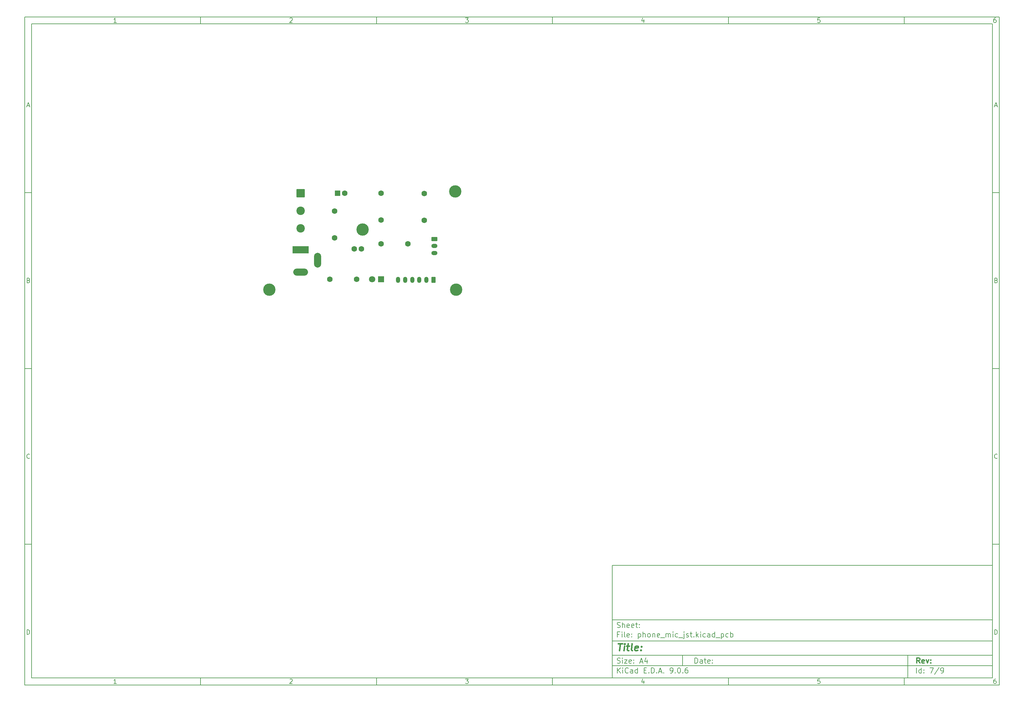
<source format=gts>
%TF.GenerationSoftware,KiCad,Pcbnew,9.0.6-9.0.6~ubuntu24.04.1*%
%TF.CreationDate,2025-11-30T17:34:31+01:00*%
%TF.ProjectId,phone_mic_jst,70686f6e-655f-46d6-9963-5f6a73742e6b,rev?*%
%TF.SameCoordinates,Original*%
%TF.FileFunction,Soldermask,Top*%
%TF.FilePolarity,Negative*%
%FSLAX46Y46*%
G04 Gerber Fmt 4.6, Leading zero omitted, Abs format (unit mm)*
G04 Created by KiCad (PCBNEW 9.0.6-9.0.6~ubuntu24.04.1) date 2025-11-30 17:34:31*
%MOMM*%
%LPD*%
G01*
G04 APERTURE LIST*
G04 Aperture macros list*
%AMRoundRect*
0 Rectangle with rounded corners*
0 $1 Rounding radius*
0 $2 $3 $4 $5 $6 $7 $8 $9 X,Y pos of 4 corners*
0 Add a 4 corners polygon primitive as box body*
4,1,4,$2,$3,$4,$5,$6,$7,$8,$9,$2,$3,0*
0 Add four circle primitives for the rounded corners*
1,1,$1+$1,$2,$3*
1,1,$1+$1,$4,$5*
1,1,$1+$1,$6,$7*
1,1,$1+$1,$8,$9*
0 Add four rect primitives between the rounded corners*
20,1,$1+$1,$2,$3,$4,$5,0*
20,1,$1+$1,$4,$5,$6,$7,0*
20,1,$1+$1,$6,$7,$8,$9,0*
20,1,$1+$1,$8,$9,$2,$3,0*%
G04 Aperture macros list end*
%ADD10C,0.100000*%
%ADD11C,0.150000*%
%ADD12C,0.300000*%
%ADD13C,0.400000*%
%ADD14R,1.800000X1.800000*%
%ADD15C,1.800000*%
%ADD16RoundRect,0.250000X0.350000X0.625000X-0.350000X0.625000X-0.350000X-0.625000X0.350000X-0.625000X0*%
%ADD17O,1.200000X1.750000*%
%ADD18C,1.600000*%
%ADD19C,3.500000*%
%ADD20RoundRect,0.250000X-0.625000X0.350000X-0.625000X-0.350000X0.625000X-0.350000X0.625000X0.350000X0*%
%ADD21O,1.750000X1.200000*%
%ADD22R,4.600000X2.000000*%
%ADD23O,4.200000X2.000000*%
%ADD24O,2.000000X4.200000*%
%ADD25RoundRect,0.250000X-0.550000X-0.550000X0.550000X-0.550000X0.550000X0.550000X-0.550000X0.550000X0*%
%ADD26RoundRect,0.250001X-0.949999X0.949999X-0.949999X-0.949999X0.949999X-0.949999X0.949999X0.949999X0*%
%ADD27C,2.400000*%
G04 APERTURE END LIST*
D10*
D11*
X177002200Y-166007200D02*
X285002200Y-166007200D01*
X285002200Y-198007200D01*
X177002200Y-198007200D01*
X177002200Y-166007200D01*
D10*
D11*
X10000000Y-10000000D02*
X287002200Y-10000000D01*
X287002200Y-200007200D01*
X10000000Y-200007200D01*
X10000000Y-10000000D01*
D10*
D11*
X12000000Y-12000000D02*
X285002200Y-12000000D01*
X285002200Y-198007200D01*
X12000000Y-198007200D01*
X12000000Y-12000000D01*
D10*
D11*
X60000000Y-12000000D02*
X60000000Y-10000000D01*
D10*
D11*
X110000000Y-12000000D02*
X110000000Y-10000000D01*
D10*
D11*
X160000000Y-12000000D02*
X160000000Y-10000000D01*
D10*
D11*
X210000000Y-12000000D02*
X210000000Y-10000000D01*
D10*
D11*
X260000000Y-12000000D02*
X260000000Y-10000000D01*
D10*
D11*
X36089160Y-11593604D02*
X35346303Y-11593604D01*
X35717731Y-11593604D02*
X35717731Y-10293604D01*
X35717731Y-10293604D02*
X35593922Y-10479319D01*
X35593922Y-10479319D02*
X35470112Y-10603128D01*
X35470112Y-10603128D02*
X35346303Y-10665033D01*
D10*
D11*
X85346303Y-10417414D02*
X85408207Y-10355509D01*
X85408207Y-10355509D02*
X85532017Y-10293604D01*
X85532017Y-10293604D02*
X85841541Y-10293604D01*
X85841541Y-10293604D02*
X85965350Y-10355509D01*
X85965350Y-10355509D02*
X86027255Y-10417414D01*
X86027255Y-10417414D02*
X86089160Y-10541223D01*
X86089160Y-10541223D02*
X86089160Y-10665033D01*
X86089160Y-10665033D02*
X86027255Y-10850747D01*
X86027255Y-10850747D02*
X85284398Y-11593604D01*
X85284398Y-11593604D02*
X86089160Y-11593604D01*
D10*
D11*
X135284398Y-10293604D02*
X136089160Y-10293604D01*
X136089160Y-10293604D02*
X135655826Y-10788842D01*
X135655826Y-10788842D02*
X135841541Y-10788842D01*
X135841541Y-10788842D02*
X135965350Y-10850747D01*
X135965350Y-10850747D02*
X136027255Y-10912652D01*
X136027255Y-10912652D02*
X136089160Y-11036461D01*
X136089160Y-11036461D02*
X136089160Y-11345985D01*
X136089160Y-11345985D02*
X136027255Y-11469795D01*
X136027255Y-11469795D02*
X135965350Y-11531700D01*
X135965350Y-11531700D02*
X135841541Y-11593604D01*
X135841541Y-11593604D02*
X135470112Y-11593604D01*
X135470112Y-11593604D02*
X135346303Y-11531700D01*
X135346303Y-11531700D02*
X135284398Y-11469795D01*
D10*
D11*
X185965350Y-10726938D02*
X185965350Y-11593604D01*
X185655826Y-10231700D02*
X185346303Y-11160271D01*
X185346303Y-11160271D02*
X186151064Y-11160271D01*
D10*
D11*
X236027255Y-10293604D02*
X235408207Y-10293604D01*
X235408207Y-10293604D02*
X235346303Y-10912652D01*
X235346303Y-10912652D02*
X235408207Y-10850747D01*
X235408207Y-10850747D02*
X235532017Y-10788842D01*
X235532017Y-10788842D02*
X235841541Y-10788842D01*
X235841541Y-10788842D02*
X235965350Y-10850747D01*
X235965350Y-10850747D02*
X236027255Y-10912652D01*
X236027255Y-10912652D02*
X236089160Y-11036461D01*
X236089160Y-11036461D02*
X236089160Y-11345985D01*
X236089160Y-11345985D02*
X236027255Y-11469795D01*
X236027255Y-11469795D02*
X235965350Y-11531700D01*
X235965350Y-11531700D02*
X235841541Y-11593604D01*
X235841541Y-11593604D02*
X235532017Y-11593604D01*
X235532017Y-11593604D02*
X235408207Y-11531700D01*
X235408207Y-11531700D02*
X235346303Y-11469795D01*
D10*
D11*
X285965350Y-10293604D02*
X285717731Y-10293604D01*
X285717731Y-10293604D02*
X285593922Y-10355509D01*
X285593922Y-10355509D02*
X285532017Y-10417414D01*
X285532017Y-10417414D02*
X285408207Y-10603128D01*
X285408207Y-10603128D02*
X285346303Y-10850747D01*
X285346303Y-10850747D02*
X285346303Y-11345985D01*
X285346303Y-11345985D02*
X285408207Y-11469795D01*
X285408207Y-11469795D02*
X285470112Y-11531700D01*
X285470112Y-11531700D02*
X285593922Y-11593604D01*
X285593922Y-11593604D02*
X285841541Y-11593604D01*
X285841541Y-11593604D02*
X285965350Y-11531700D01*
X285965350Y-11531700D02*
X286027255Y-11469795D01*
X286027255Y-11469795D02*
X286089160Y-11345985D01*
X286089160Y-11345985D02*
X286089160Y-11036461D01*
X286089160Y-11036461D02*
X286027255Y-10912652D01*
X286027255Y-10912652D02*
X285965350Y-10850747D01*
X285965350Y-10850747D02*
X285841541Y-10788842D01*
X285841541Y-10788842D02*
X285593922Y-10788842D01*
X285593922Y-10788842D02*
X285470112Y-10850747D01*
X285470112Y-10850747D02*
X285408207Y-10912652D01*
X285408207Y-10912652D02*
X285346303Y-11036461D01*
D10*
D11*
X60000000Y-198007200D02*
X60000000Y-200007200D01*
D10*
D11*
X110000000Y-198007200D02*
X110000000Y-200007200D01*
D10*
D11*
X160000000Y-198007200D02*
X160000000Y-200007200D01*
D10*
D11*
X210000000Y-198007200D02*
X210000000Y-200007200D01*
D10*
D11*
X260000000Y-198007200D02*
X260000000Y-200007200D01*
D10*
D11*
X36089160Y-199600804D02*
X35346303Y-199600804D01*
X35717731Y-199600804D02*
X35717731Y-198300804D01*
X35717731Y-198300804D02*
X35593922Y-198486519D01*
X35593922Y-198486519D02*
X35470112Y-198610328D01*
X35470112Y-198610328D02*
X35346303Y-198672233D01*
D10*
D11*
X85346303Y-198424614D02*
X85408207Y-198362709D01*
X85408207Y-198362709D02*
X85532017Y-198300804D01*
X85532017Y-198300804D02*
X85841541Y-198300804D01*
X85841541Y-198300804D02*
X85965350Y-198362709D01*
X85965350Y-198362709D02*
X86027255Y-198424614D01*
X86027255Y-198424614D02*
X86089160Y-198548423D01*
X86089160Y-198548423D02*
X86089160Y-198672233D01*
X86089160Y-198672233D02*
X86027255Y-198857947D01*
X86027255Y-198857947D02*
X85284398Y-199600804D01*
X85284398Y-199600804D02*
X86089160Y-199600804D01*
D10*
D11*
X135284398Y-198300804D02*
X136089160Y-198300804D01*
X136089160Y-198300804D02*
X135655826Y-198796042D01*
X135655826Y-198796042D02*
X135841541Y-198796042D01*
X135841541Y-198796042D02*
X135965350Y-198857947D01*
X135965350Y-198857947D02*
X136027255Y-198919852D01*
X136027255Y-198919852D02*
X136089160Y-199043661D01*
X136089160Y-199043661D02*
X136089160Y-199353185D01*
X136089160Y-199353185D02*
X136027255Y-199476995D01*
X136027255Y-199476995D02*
X135965350Y-199538900D01*
X135965350Y-199538900D02*
X135841541Y-199600804D01*
X135841541Y-199600804D02*
X135470112Y-199600804D01*
X135470112Y-199600804D02*
X135346303Y-199538900D01*
X135346303Y-199538900D02*
X135284398Y-199476995D01*
D10*
D11*
X185965350Y-198734138D02*
X185965350Y-199600804D01*
X185655826Y-198238900D02*
X185346303Y-199167471D01*
X185346303Y-199167471D02*
X186151064Y-199167471D01*
D10*
D11*
X236027255Y-198300804D02*
X235408207Y-198300804D01*
X235408207Y-198300804D02*
X235346303Y-198919852D01*
X235346303Y-198919852D02*
X235408207Y-198857947D01*
X235408207Y-198857947D02*
X235532017Y-198796042D01*
X235532017Y-198796042D02*
X235841541Y-198796042D01*
X235841541Y-198796042D02*
X235965350Y-198857947D01*
X235965350Y-198857947D02*
X236027255Y-198919852D01*
X236027255Y-198919852D02*
X236089160Y-199043661D01*
X236089160Y-199043661D02*
X236089160Y-199353185D01*
X236089160Y-199353185D02*
X236027255Y-199476995D01*
X236027255Y-199476995D02*
X235965350Y-199538900D01*
X235965350Y-199538900D02*
X235841541Y-199600804D01*
X235841541Y-199600804D02*
X235532017Y-199600804D01*
X235532017Y-199600804D02*
X235408207Y-199538900D01*
X235408207Y-199538900D02*
X235346303Y-199476995D01*
D10*
D11*
X285965350Y-198300804D02*
X285717731Y-198300804D01*
X285717731Y-198300804D02*
X285593922Y-198362709D01*
X285593922Y-198362709D02*
X285532017Y-198424614D01*
X285532017Y-198424614D02*
X285408207Y-198610328D01*
X285408207Y-198610328D02*
X285346303Y-198857947D01*
X285346303Y-198857947D02*
X285346303Y-199353185D01*
X285346303Y-199353185D02*
X285408207Y-199476995D01*
X285408207Y-199476995D02*
X285470112Y-199538900D01*
X285470112Y-199538900D02*
X285593922Y-199600804D01*
X285593922Y-199600804D02*
X285841541Y-199600804D01*
X285841541Y-199600804D02*
X285965350Y-199538900D01*
X285965350Y-199538900D02*
X286027255Y-199476995D01*
X286027255Y-199476995D02*
X286089160Y-199353185D01*
X286089160Y-199353185D02*
X286089160Y-199043661D01*
X286089160Y-199043661D02*
X286027255Y-198919852D01*
X286027255Y-198919852D02*
X285965350Y-198857947D01*
X285965350Y-198857947D02*
X285841541Y-198796042D01*
X285841541Y-198796042D02*
X285593922Y-198796042D01*
X285593922Y-198796042D02*
X285470112Y-198857947D01*
X285470112Y-198857947D02*
X285408207Y-198919852D01*
X285408207Y-198919852D02*
X285346303Y-199043661D01*
D10*
D11*
X10000000Y-60000000D02*
X12000000Y-60000000D01*
D10*
D11*
X10000000Y-110000000D02*
X12000000Y-110000000D01*
D10*
D11*
X10000000Y-160000000D02*
X12000000Y-160000000D01*
D10*
D11*
X10690476Y-35222176D02*
X11309523Y-35222176D01*
X10566666Y-35593604D02*
X10999999Y-34293604D01*
X10999999Y-34293604D02*
X11433333Y-35593604D01*
D10*
D11*
X11092857Y-84912652D02*
X11278571Y-84974557D01*
X11278571Y-84974557D02*
X11340476Y-85036461D01*
X11340476Y-85036461D02*
X11402380Y-85160271D01*
X11402380Y-85160271D02*
X11402380Y-85345985D01*
X11402380Y-85345985D02*
X11340476Y-85469795D01*
X11340476Y-85469795D02*
X11278571Y-85531700D01*
X11278571Y-85531700D02*
X11154761Y-85593604D01*
X11154761Y-85593604D02*
X10659523Y-85593604D01*
X10659523Y-85593604D02*
X10659523Y-84293604D01*
X10659523Y-84293604D02*
X11092857Y-84293604D01*
X11092857Y-84293604D02*
X11216666Y-84355509D01*
X11216666Y-84355509D02*
X11278571Y-84417414D01*
X11278571Y-84417414D02*
X11340476Y-84541223D01*
X11340476Y-84541223D02*
X11340476Y-84665033D01*
X11340476Y-84665033D02*
X11278571Y-84788842D01*
X11278571Y-84788842D02*
X11216666Y-84850747D01*
X11216666Y-84850747D02*
X11092857Y-84912652D01*
X11092857Y-84912652D02*
X10659523Y-84912652D01*
D10*
D11*
X11402380Y-135469795D02*
X11340476Y-135531700D01*
X11340476Y-135531700D02*
X11154761Y-135593604D01*
X11154761Y-135593604D02*
X11030952Y-135593604D01*
X11030952Y-135593604D02*
X10845238Y-135531700D01*
X10845238Y-135531700D02*
X10721428Y-135407890D01*
X10721428Y-135407890D02*
X10659523Y-135284080D01*
X10659523Y-135284080D02*
X10597619Y-135036461D01*
X10597619Y-135036461D02*
X10597619Y-134850747D01*
X10597619Y-134850747D02*
X10659523Y-134603128D01*
X10659523Y-134603128D02*
X10721428Y-134479319D01*
X10721428Y-134479319D02*
X10845238Y-134355509D01*
X10845238Y-134355509D02*
X11030952Y-134293604D01*
X11030952Y-134293604D02*
X11154761Y-134293604D01*
X11154761Y-134293604D02*
X11340476Y-134355509D01*
X11340476Y-134355509D02*
X11402380Y-134417414D01*
D10*
D11*
X10659523Y-185593604D02*
X10659523Y-184293604D01*
X10659523Y-184293604D02*
X10969047Y-184293604D01*
X10969047Y-184293604D02*
X11154761Y-184355509D01*
X11154761Y-184355509D02*
X11278571Y-184479319D01*
X11278571Y-184479319D02*
X11340476Y-184603128D01*
X11340476Y-184603128D02*
X11402380Y-184850747D01*
X11402380Y-184850747D02*
X11402380Y-185036461D01*
X11402380Y-185036461D02*
X11340476Y-185284080D01*
X11340476Y-185284080D02*
X11278571Y-185407890D01*
X11278571Y-185407890D02*
X11154761Y-185531700D01*
X11154761Y-185531700D02*
X10969047Y-185593604D01*
X10969047Y-185593604D02*
X10659523Y-185593604D01*
D10*
D11*
X287002200Y-60000000D02*
X285002200Y-60000000D01*
D10*
D11*
X287002200Y-110000000D02*
X285002200Y-110000000D01*
D10*
D11*
X287002200Y-160000000D02*
X285002200Y-160000000D01*
D10*
D11*
X285692676Y-35222176D02*
X286311723Y-35222176D01*
X285568866Y-35593604D02*
X286002199Y-34293604D01*
X286002199Y-34293604D02*
X286435533Y-35593604D01*
D10*
D11*
X286095057Y-84912652D02*
X286280771Y-84974557D01*
X286280771Y-84974557D02*
X286342676Y-85036461D01*
X286342676Y-85036461D02*
X286404580Y-85160271D01*
X286404580Y-85160271D02*
X286404580Y-85345985D01*
X286404580Y-85345985D02*
X286342676Y-85469795D01*
X286342676Y-85469795D02*
X286280771Y-85531700D01*
X286280771Y-85531700D02*
X286156961Y-85593604D01*
X286156961Y-85593604D02*
X285661723Y-85593604D01*
X285661723Y-85593604D02*
X285661723Y-84293604D01*
X285661723Y-84293604D02*
X286095057Y-84293604D01*
X286095057Y-84293604D02*
X286218866Y-84355509D01*
X286218866Y-84355509D02*
X286280771Y-84417414D01*
X286280771Y-84417414D02*
X286342676Y-84541223D01*
X286342676Y-84541223D02*
X286342676Y-84665033D01*
X286342676Y-84665033D02*
X286280771Y-84788842D01*
X286280771Y-84788842D02*
X286218866Y-84850747D01*
X286218866Y-84850747D02*
X286095057Y-84912652D01*
X286095057Y-84912652D02*
X285661723Y-84912652D01*
D10*
D11*
X286404580Y-135469795D02*
X286342676Y-135531700D01*
X286342676Y-135531700D02*
X286156961Y-135593604D01*
X286156961Y-135593604D02*
X286033152Y-135593604D01*
X286033152Y-135593604D02*
X285847438Y-135531700D01*
X285847438Y-135531700D02*
X285723628Y-135407890D01*
X285723628Y-135407890D02*
X285661723Y-135284080D01*
X285661723Y-135284080D02*
X285599819Y-135036461D01*
X285599819Y-135036461D02*
X285599819Y-134850747D01*
X285599819Y-134850747D02*
X285661723Y-134603128D01*
X285661723Y-134603128D02*
X285723628Y-134479319D01*
X285723628Y-134479319D02*
X285847438Y-134355509D01*
X285847438Y-134355509D02*
X286033152Y-134293604D01*
X286033152Y-134293604D02*
X286156961Y-134293604D01*
X286156961Y-134293604D02*
X286342676Y-134355509D01*
X286342676Y-134355509D02*
X286404580Y-134417414D01*
D10*
D11*
X285661723Y-185593604D02*
X285661723Y-184293604D01*
X285661723Y-184293604D02*
X285971247Y-184293604D01*
X285971247Y-184293604D02*
X286156961Y-184355509D01*
X286156961Y-184355509D02*
X286280771Y-184479319D01*
X286280771Y-184479319D02*
X286342676Y-184603128D01*
X286342676Y-184603128D02*
X286404580Y-184850747D01*
X286404580Y-184850747D02*
X286404580Y-185036461D01*
X286404580Y-185036461D02*
X286342676Y-185284080D01*
X286342676Y-185284080D02*
X286280771Y-185407890D01*
X286280771Y-185407890D02*
X286156961Y-185531700D01*
X286156961Y-185531700D02*
X285971247Y-185593604D01*
X285971247Y-185593604D02*
X285661723Y-185593604D01*
D10*
D11*
X200458026Y-193793328D02*
X200458026Y-192293328D01*
X200458026Y-192293328D02*
X200815169Y-192293328D01*
X200815169Y-192293328D02*
X201029455Y-192364757D01*
X201029455Y-192364757D02*
X201172312Y-192507614D01*
X201172312Y-192507614D02*
X201243741Y-192650471D01*
X201243741Y-192650471D02*
X201315169Y-192936185D01*
X201315169Y-192936185D02*
X201315169Y-193150471D01*
X201315169Y-193150471D02*
X201243741Y-193436185D01*
X201243741Y-193436185D02*
X201172312Y-193579042D01*
X201172312Y-193579042D02*
X201029455Y-193721900D01*
X201029455Y-193721900D02*
X200815169Y-193793328D01*
X200815169Y-193793328D02*
X200458026Y-193793328D01*
X202600884Y-193793328D02*
X202600884Y-193007614D01*
X202600884Y-193007614D02*
X202529455Y-192864757D01*
X202529455Y-192864757D02*
X202386598Y-192793328D01*
X202386598Y-192793328D02*
X202100884Y-192793328D01*
X202100884Y-192793328D02*
X201958026Y-192864757D01*
X202600884Y-193721900D02*
X202458026Y-193793328D01*
X202458026Y-193793328D02*
X202100884Y-193793328D01*
X202100884Y-193793328D02*
X201958026Y-193721900D01*
X201958026Y-193721900D02*
X201886598Y-193579042D01*
X201886598Y-193579042D02*
X201886598Y-193436185D01*
X201886598Y-193436185D02*
X201958026Y-193293328D01*
X201958026Y-193293328D02*
X202100884Y-193221900D01*
X202100884Y-193221900D02*
X202458026Y-193221900D01*
X202458026Y-193221900D02*
X202600884Y-193150471D01*
X203100884Y-192793328D02*
X203672312Y-192793328D01*
X203315169Y-192293328D02*
X203315169Y-193579042D01*
X203315169Y-193579042D02*
X203386598Y-193721900D01*
X203386598Y-193721900D02*
X203529455Y-193793328D01*
X203529455Y-193793328D02*
X203672312Y-193793328D01*
X204743741Y-193721900D02*
X204600884Y-193793328D01*
X204600884Y-193793328D02*
X204315170Y-193793328D01*
X204315170Y-193793328D02*
X204172312Y-193721900D01*
X204172312Y-193721900D02*
X204100884Y-193579042D01*
X204100884Y-193579042D02*
X204100884Y-193007614D01*
X204100884Y-193007614D02*
X204172312Y-192864757D01*
X204172312Y-192864757D02*
X204315170Y-192793328D01*
X204315170Y-192793328D02*
X204600884Y-192793328D01*
X204600884Y-192793328D02*
X204743741Y-192864757D01*
X204743741Y-192864757D02*
X204815170Y-193007614D01*
X204815170Y-193007614D02*
X204815170Y-193150471D01*
X204815170Y-193150471D02*
X204100884Y-193293328D01*
X205458026Y-193650471D02*
X205529455Y-193721900D01*
X205529455Y-193721900D02*
X205458026Y-193793328D01*
X205458026Y-193793328D02*
X205386598Y-193721900D01*
X205386598Y-193721900D02*
X205458026Y-193650471D01*
X205458026Y-193650471D02*
X205458026Y-193793328D01*
X205458026Y-192864757D02*
X205529455Y-192936185D01*
X205529455Y-192936185D02*
X205458026Y-193007614D01*
X205458026Y-193007614D02*
X205386598Y-192936185D01*
X205386598Y-192936185D02*
X205458026Y-192864757D01*
X205458026Y-192864757D02*
X205458026Y-193007614D01*
D10*
D11*
X177002200Y-194507200D02*
X285002200Y-194507200D01*
D10*
D11*
X178458026Y-196593328D02*
X178458026Y-195093328D01*
X179315169Y-196593328D02*
X178672312Y-195736185D01*
X179315169Y-195093328D02*
X178458026Y-195950471D01*
X179958026Y-196593328D02*
X179958026Y-195593328D01*
X179958026Y-195093328D02*
X179886598Y-195164757D01*
X179886598Y-195164757D02*
X179958026Y-195236185D01*
X179958026Y-195236185D02*
X180029455Y-195164757D01*
X180029455Y-195164757D02*
X179958026Y-195093328D01*
X179958026Y-195093328D02*
X179958026Y-195236185D01*
X181529455Y-196450471D02*
X181458027Y-196521900D01*
X181458027Y-196521900D02*
X181243741Y-196593328D01*
X181243741Y-196593328D02*
X181100884Y-196593328D01*
X181100884Y-196593328D02*
X180886598Y-196521900D01*
X180886598Y-196521900D02*
X180743741Y-196379042D01*
X180743741Y-196379042D02*
X180672312Y-196236185D01*
X180672312Y-196236185D02*
X180600884Y-195950471D01*
X180600884Y-195950471D02*
X180600884Y-195736185D01*
X180600884Y-195736185D02*
X180672312Y-195450471D01*
X180672312Y-195450471D02*
X180743741Y-195307614D01*
X180743741Y-195307614D02*
X180886598Y-195164757D01*
X180886598Y-195164757D02*
X181100884Y-195093328D01*
X181100884Y-195093328D02*
X181243741Y-195093328D01*
X181243741Y-195093328D02*
X181458027Y-195164757D01*
X181458027Y-195164757D02*
X181529455Y-195236185D01*
X182815170Y-196593328D02*
X182815170Y-195807614D01*
X182815170Y-195807614D02*
X182743741Y-195664757D01*
X182743741Y-195664757D02*
X182600884Y-195593328D01*
X182600884Y-195593328D02*
X182315170Y-195593328D01*
X182315170Y-195593328D02*
X182172312Y-195664757D01*
X182815170Y-196521900D02*
X182672312Y-196593328D01*
X182672312Y-196593328D02*
X182315170Y-196593328D01*
X182315170Y-196593328D02*
X182172312Y-196521900D01*
X182172312Y-196521900D02*
X182100884Y-196379042D01*
X182100884Y-196379042D02*
X182100884Y-196236185D01*
X182100884Y-196236185D02*
X182172312Y-196093328D01*
X182172312Y-196093328D02*
X182315170Y-196021900D01*
X182315170Y-196021900D02*
X182672312Y-196021900D01*
X182672312Y-196021900D02*
X182815170Y-195950471D01*
X184172313Y-196593328D02*
X184172313Y-195093328D01*
X184172313Y-196521900D02*
X184029455Y-196593328D01*
X184029455Y-196593328D02*
X183743741Y-196593328D01*
X183743741Y-196593328D02*
X183600884Y-196521900D01*
X183600884Y-196521900D02*
X183529455Y-196450471D01*
X183529455Y-196450471D02*
X183458027Y-196307614D01*
X183458027Y-196307614D02*
X183458027Y-195879042D01*
X183458027Y-195879042D02*
X183529455Y-195736185D01*
X183529455Y-195736185D02*
X183600884Y-195664757D01*
X183600884Y-195664757D02*
X183743741Y-195593328D01*
X183743741Y-195593328D02*
X184029455Y-195593328D01*
X184029455Y-195593328D02*
X184172313Y-195664757D01*
X186029455Y-195807614D02*
X186529455Y-195807614D01*
X186743741Y-196593328D02*
X186029455Y-196593328D01*
X186029455Y-196593328D02*
X186029455Y-195093328D01*
X186029455Y-195093328D02*
X186743741Y-195093328D01*
X187386598Y-196450471D02*
X187458027Y-196521900D01*
X187458027Y-196521900D02*
X187386598Y-196593328D01*
X187386598Y-196593328D02*
X187315170Y-196521900D01*
X187315170Y-196521900D02*
X187386598Y-196450471D01*
X187386598Y-196450471D02*
X187386598Y-196593328D01*
X188100884Y-196593328D02*
X188100884Y-195093328D01*
X188100884Y-195093328D02*
X188458027Y-195093328D01*
X188458027Y-195093328D02*
X188672313Y-195164757D01*
X188672313Y-195164757D02*
X188815170Y-195307614D01*
X188815170Y-195307614D02*
X188886599Y-195450471D01*
X188886599Y-195450471D02*
X188958027Y-195736185D01*
X188958027Y-195736185D02*
X188958027Y-195950471D01*
X188958027Y-195950471D02*
X188886599Y-196236185D01*
X188886599Y-196236185D02*
X188815170Y-196379042D01*
X188815170Y-196379042D02*
X188672313Y-196521900D01*
X188672313Y-196521900D02*
X188458027Y-196593328D01*
X188458027Y-196593328D02*
X188100884Y-196593328D01*
X189600884Y-196450471D02*
X189672313Y-196521900D01*
X189672313Y-196521900D02*
X189600884Y-196593328D01*
X189600884Y-196593328D02*
X189529456Y-196521900D01*
X189529456Y-196521900D02*
X189600884Y-196450471D01*
X189600884Y-196450471D02*
X189600884Y-196593328D01*
X190243742Y-196164757D02*
X190958028Y-196164757D01*
X190100885Y-196593328D02*
X190600885Y-195093328D01*
X190600885Y-195093328D02*
X191100885Y-196593328D01*
X191600884Y-196450471D02*
X191672313Y-196521900D01*
X191672313Y-196521900D02*
X191600884Y-196593328D01*
X191600884Y-196593328D02*
X191529456Y-196521900D01*
X191529456Y-196521900D02*
X191600884Y-196450471D01*
X191600884Y-196450471D02*
X191600884Y-196593328D01*
X193529456Y-196593328D02*
X193815170Y-196593328D01*
X193815170Y-196593328D02*
X193958027Y-196521900D01*
X193958027Y-196521900D02*
X194029456Y-196450471D01*
X194029456Y-196450471D02*
X194172313Y-196236185D01*
X194172313Y-196236185D02*
X194243742Y-195950471D01*
X194243742Y-195950471D02*
X194243742Y-195379042D01*
X194243742Y-195379042D02*
X194172313Y-195236185D01*
X194172313Y-195236185D02*
X194100885Y-195164757D01*
X194100885Y-195164757D02*
X193958027Y-195093328D01*
X193958027Y-195093328D02*
X193672313Y-195093328D01*
X193672313Y-195093328D02*
X193529456Y-195164757D01*
X193529456Y-195164757D02*
X193458027Y-195236185D01*
X193458027Y-195236185D02*
X193386599Y-195379042D01*
X193386599Y-195379042D02*
X193386599Y-195736185D01*
X193386599Y-195736185D02*
X193458027Y-195879042D01*
X193458027Y-195879042D02*
X193529456Y-195950471D01*
X193529456Y-195950471D02*
X193672313Y-196021900D01*
X193672313Y-196021900D02*
X193958027Y-196021900D01*
X193958027Y-196021900D02*
X194100885Y-195950471D01*
X194100885Y-195950471D02*
X194172313Y-195879042D01*
X194172313Y-195879042D02*
X194243742Y-195736185D01*
X194886598Y-196450471D02*
X194958027Y-196521900D01*
X194958027Y-196521900D02*
X194886598Y-196593328D01*
X194886598Y-196593328D02*
X194815170Y-196521900D01*
X194815170Y-196521900D02*
X194886598Y-196450471D01*
X194886598Y-196450471D02*
X194886598Y-196593328D01*
X195886599Y-195093328D02*
X196029456Y-195093328D01*
X196029456Y-195093328D02*
X196172313Y-195164757D01*
X196172313Y-195164757D02*
X196243742Y-195236185D01*
X196243742Y-195236185D02*
X196315170Y-195379042D01*
X196315170Y-195379042D02*
X196386599Y-195664757D01*
X196386599Y-195664757D02*
X196386599Y-196021900D01*
X196386599Y-196021900D02*
X196315170Y-196307614D01*
X196315170Y-196307614D02*
X196243742Y-196450471D01*
X196243742Y-196450471D02*
X196172313Y-196521900D01*
X196172313Y-196521900D02*
X196029456Y-196593328D01*
X196029456Y-196593328D02*
X195886599Y-196593328D01*
X195886599Y-196593328D02*
X195743742Y-196521900D01*
X195743742Y-196521900D02*
X195672313Y-196450471D01*
X195672313Y-196450471D02*
X195600884Y-196307614D01*
X195600884Y-196307614D02*
X195529456Y-196021900D01*
X195529456Y-196021900D02*
X195529456Y-195664757D01*
X195529456Y-195664757D02*
X195600884Y-195379042D01*
X195600884Y-195379042D02*
X195672313Y-195236185D01*
X195672313Y-195236185D02*
X195743742Y-195164757D01*
X195743742Y-195164757D02*
X195886599Y-195093328D01*
X197029455Y-196450471D02*
X197100884Y-196521900D01*
X197100884Y-196521900D02*
X197029455Y-196593328D01*
X197029455Y-196593328D02*
X196958027Y-196521900D01*
X196958027Y-196521900D02*
X197029455Y-196450471D01*
X197029455Y-196450471D02*
X197029455Y-196593328D01*
X198386599Y-195093328D02*
X198100884Y-195093328D01*
X198100884Y-195093328D02*
X197958027Y-195164757D01*
X197958027Y-195164757D02*
X197886599Y-195236185D01*
X197886599Y-195236185D02*
X197743741Y-195450471D01*
X197743741Y-195450471D02*
X197672313Y-195736185D01*
X197672313Y-195736185D02*
X197672313Y-196307614D01*
X197672313Y-196307614D02*
X197743741Y-196450471D01*
X197743741Y-196450471D02*
X197815170Y-196521900D01*
X197815170Y-196521900D02*
X197958027Y-196593328D01*
X197958027Y-196593328D02*
X198243741Y-196593328D01*
X198243741Y-196593328D02*
X198386599Y-196521900D01*
X198386599Y-196521900D02*
X198458027Y-196450471D01*
X198458027Y-196450471D02*
X198529456Y-196307614D01*
X198529456Y-196307614D02*
X198529456Y-195950471D01*
X198529456Y-195950471D02*
X198458027Y-195807614D01*
X198458027Y-195807614D02*
X198386599Y-195736185D01*
X198386599Y-195736185D02*
X198243741Y-195664757D01*
X198243741Y-195664757D02*
X197958027Y-195664757D01*
X197958027Y-195664757D02*
X197815170Y-195736185D01*
X197815170Y-195736185D02*
X197743741Y-195807614D01*
X197743741Y-195807614D02*
X197672313Y-195950471D01*
D10*
D11*
X177002200Y-191507200D02*
X285002200Y-191507200D01*
D10*
D12*
X264413853Y-193785528D02*
X263913853Y-193071242D01*
X263556710Y-193785528D02*
X263556710Y-192285528D01*
X263556710Y-192285528D02*
X264128139Y-192285528D01*
X264128139Y-192285528D02*
X264270996Y-192356957D01*
X264270996Y-192356957D02*
X264342425Y-192428385D01*
X264342425Y-192428385D02*
X264413853Y-192571242D01*
X264413853Y-192571242D02*
X264413853Y-192785528D01*
X264413853Y-192785528D02*
X264342425Y-192928385D01*
X264342425Y-192928385D02*
X264270996Y-192999814D01*
X264270996Y-192999814D02*
X264128139Y-193071242D01*
X264128139Y-193071242D02*
X263556710Y-193071242D01*
X265628139Y-193714100D02*
X265485282Y-193785528D01*
X265485282Y-193785528D02*
X265199568Y-193785528D01*
X265199568Y-193785528D02*
X265056710Y-193714100D01*
X265056710Y-193714100D02*
X264985282Y-193571242D01*
X264985282Y-193571242D02*
X264985282Y-192999814D01*
X264985282Y-192999814D02*
X265056710Y-192856957D01*
X265056710Y-192856957D02*
X265199568Y-192785528D01*
X265199568Y-192785528D02*
X265485282Y-192785528D01*
X265485282Y-192785528D02*
X265628139Y-192856957D01*
X265628139Y-192856957D02*
X265699568Y-192999814D01*
X265699568Y-192999814D02*
X265699568Y-193142671D01*
X265699568Y-193142671D02*
X264985282Y-193285528D01*
X266199567Y-192785528D02*
X266556710Y-193785528D01*
X266556710Y-193785528D02*
X266913853Y-192785528D01*
X267485281Y-193642671D02*
X267556710Y-193714100D01*
X267556710Y-193714100D02*
X267485281Y-193785528D01*
X267485281Y-193785528D02*
X267413853Y-193714100D01*
X267413853Y-193714100D02*
X267485281Y-193642671D01*
X267485281Y-193642671D02*
X267485281Y-193785528D01*
X267485281Y-192856957D02*
X267556710Y-192928385D01*
X267556710Y-192928385D02*
X267485281Y-192999814D01*
X267485281Y-192999814D02*
X267413853Y-192928385D01*
X267413853Y-192928385D02*
X267485281Y-192856957D01*
X267485281Y-192856957D02*
X267485281Y-192999814D01*
D10*
D11*
X178386598Y-193721900D02*
X178600884Y-193793328D01*
X178600884Y-193793328D02*
X178958026Y-193793328D01*
X178958026Y-193793328D02*
X179100884Y-193721900D01*
X179100884Y-193721900D02*
X179172312Y-193650471D01*
X179172312Y-193650471D02*
X179243741Y-193507614D01*
X179243741Y-193507614D02*
X179243741Y-193364757D01*
X179243741Y-193364757D02*
X179172312Y-193221900D01*
X179172312Y-193221900D02*
X179100884Y-193150471D01*
X179100884Y-193150471D02*
X178958026Y-193079042D01*
X178958026Y-193079042D02*
X178672312Y-193007614D01*
X178672312Y-193007614D02*
X178529455Y-192936185D01*
X178529455Y-192936185D02*
X178458026Y-192864757D01*
X178458026Y-192864757D02*
X178386598Y-192721900D01*
X178386598Y-192721900D02*
X178386598Y-192579042D01*
X178386598Y-192579042D02*
X178458026Y-192436185D01*
X178458026Y-192436185D02*
X178529455Y-192364757D01*
X178529455Y-192364757D02*
X178672312Y-192293328D01*
X178672312Y-192293328D02*
X179029455Y-192293328D01*
X179029455Y-192293328D02*
X179243741Y-192364757D01*
X179886597Y-193793328D02*
X179886597Y-192793328D01*
X179886597Y-192293328D02*
X179815169Y-192364757D01*
X179815169Y-192364757D02*
X179886597Y-192436185D01*
X179886597Y-192436185D02*
X179958026Y-192364757D01*
X179958026Y-192364757D02*
X179886597Y-192293328D01*
X179886597Y-192293328D02*
X179886597Y-192436185D01*
X180458026Y-192793328D02*
X181243741Y-192793328D01*
X181243741Y-192793328D02*
X180458026Y-193793328D01*
X180458026Y-193793328D02*
X181243741Y-193793328D01*
X182386598Y-193721900D02*
X182243741Y-193793328D01*
X182243741Y-193793328D02*
X181958027Y-193793328D01*
X181958027Y-193793328D02*
X181815169Y-193721900D01*
X181815169Y-193721900D02*
X181743741Y-193579042D01*
X181743741Y-193579042D02*
X181743741Y-193007614D01*
X181743741Y-193007614D02*
X181815169Y-192864757D01*
X181815169Y-192864757D02*
X181958027Y-192793328D01*
X181958027Y-192793328D02*
X182243741Y-192793328D01*
X182243741Y-192793328D02*
X182386598Y-192864757D01*
X182386598Y-192864757D02*
X182458027Y-193007614D01*
X182458027Y-193007614D02*
X182458027Y-193150471D01*
X182458027Y-193150471D02*
X181743741Y-193293328D01*
X183100883Y-193650471D02*
X183172312Y-193721900D01*
X183172312Y-193721900D02*
X183100883Y-193793328D01*
X183100883Y-193793328D02*
X183029455Y-193721900D01*
X183029455Y-193721900D02*
X183100883Y-193650471D01*
X183100883Y-193650471D02*
X183100883Y-193793328D01*
X183100883Y-192864757D02*
X183172312Y-192936185D01*
X183172312Y-192936185D02*
X183100883Y-193007614D01*
X183100883Y-193007614D02*
X183029455Y-192936185D01*
X183029455Y-192936185D02*
X183100883Y-192864757D01*
X183100883Y-192864757D02*
X183100883Y-193007614D01*
X184886598Y-193364757D02*
X185600884Y-193364757D01*
X184743741Y-193793328D02*
X185243741Y-192293328D01*
X185243741Y-192293328D02*
X185743741Y-193793328D01*
X186886598Y-192793328D02*
X186886598Y-193793328D01*
X186529455Y-192221900D02*
X186172312Y-193293328D01*
X186172312Y-193293328D02*
X187100883Y-193293328D01*
D10*
D11*
X263458026Y-196593328D02*
X263458026Y-195093328D01*
X264815170Y-196593328D02*
X264815170Y-195093328D01*
X264815170Y-196521900D02*
X264672312Y-196593328D01*
X264672312Y-196593328D02*
X264386598Y-196593328D01*
X264386598Y-196593328D02*
X264243741Y-196521900D01*
X264243741Y-196521900D02*
X264172312Y-196450471D01*
X264172312Y-196450471D02*
X264100884Y-196307614D01*
X264100884Y-196307614D02*
X264100884Y-195879042D01*
X264100884Y-195879042D02*
X264172312Y-195736185D01*
X264172312Y-195736185D02*
X264243741Y-195664757D01*
X264243741Y-195664757D02*
X264386598Y-195593328D01*
X264386598Y-195593328D02*
X264672312Y-195593328D01*
X264672312Y-195593328D02*
X264815170Y-195664757D01*
X265529455Y-196450471D02*
X265600884Y-196521900D01*
X265600884Y-196521900D02*
X265529455Y-196593328D01*
X265529455Y-196593328D02*
X265458027Y-196521900D01*
X265458027Y-196521900D02*
X265529455Y-196450471D01*
X265529455Y-196450471D02*
X265529455Y-196593328D01*
X265529455Y-195664757D02*
X265600884Y-195736185D01*
X265600884Y-195736185D02*
X265529455Y-195807614D01*
X265529455Y-195807614D02*
X265458027Y-195736185D01*
X265458027Y-195736185D02*
X265529455Y-195664757D01*
X265529455Y-195664757D02*
X265529455Y-195807614D01*
X267243741Y-195093328D02*
X268243741Y-195093328D01*
X268243741Y-195093328D02*
X267600884Y-196593328D01*
X269886598Y-195021900D02*
X268600884Y-196950471D01*
X270458027Y-196593328D02*
X270743741Y-196593328D01*
X270743741Y-196593328D02*
X270886598Y-196521900D01*
X270886598Y-196521900D02*
X270958027Y-196450471D01*
X270958027Y-196450471D02*
X271100884Y-196236185D01*
X271100884Y-196236185D02*
X271172313Y-195950471D01*
X271172313Y-195950471D02*
X271172313Y-195379042D01*
X271172313Y-195379042D02*
X271100884Y-195236185D01*
X271100884Y-195236185D02*
X271029456Y-195164757D01*
X271029456Y-195164757D02*
X270886598Y-195093328D01*
X270886598Y-195093328D02*
X270600884Y-195093328D01*
X270600884Y-195093328D02*
X270458027Y-195164757D01*
X270458027Y-195164757D02*
X270386598Y-195236185D01*
X270386598Y-195236185D02*
X270315170Y-195379042D01*
X270315170Y-195379042D02*
X270315170Y-195736185D01*
X270315170Y-195736185D02*
X270386598Y-195879042D01*
X270386598Y-195879042D02*
X270458027Y-195950471D01*
X270458027Y-195950471D02*
X270600884Y-196021900D01*
X270600884Y-196021900D02*
X270886598Y-196021900D01*
X270886598Y-196021900D02*
X271029456Y-195950471D01*
X271029456Y-195950471D02*
X271100884Y-195879042D01*
X271100884Y-195879042D02*
X271172313Y-195736185D01*
D10*
D11*
X177002200Y-187507200D02*
X285002200Y-187507200D01*
D10*
D13*
X178693928Y-188211638D02*
X179836785Y-188211638D01*
X179015357Y-190211638D02*
X179265357Y-188211638D01*
X180253452Y-190211638D02*
X180420119Y-188878304D01*
X180503452Y-188211638D02*
X180396309Y-188306876D01*
X180396309Y-188306876D02*
X180479643Y-188402114D01*
X180479643Y-188402114D02*
X180586786Y-188306876D01*
X180586786Y-188306876D02*
X180503452Y-188211638D01*
X180503452Y-188211638D02*
X180479643Y-188402114D01*
X181086786Y-188878304D02*
X181848690Y-188878304D01*
X181455833Y-188211638D02*
X181241548Y-189925923D01*
X181241548Y-189925923D02*
X181312976Y-190116400D01*
X181312976Y-190116400D02*
X181491548Y-190211638D01*
X181491548Y-190211638D02*
X181682024Y-190211638D01*
X182634405Y-190211638D02*
X182455833Y-190116400D01*
X182455833Y-190116400D02*
X182384405Y-189925923D01*
X182384405Y-189925923D02*
X182598690Y-188211638D01*
X184170119Y-190116400D02*
X183967738Y-190211638D01*
X183967738Y-190211638D02*
X183586785Y-190211638D01*
X183586785Y-190211638D02*
X183408214Y-190116400D01*
X183408214Y-190116400D02*
X183336785Y-189925923D01*
X183336785Y-189925923D02*
X183432024Y-189164019D01*
X183432024Y-189164019D02*
X183551071Y-188973542D01*
X183551071Y-188973542D02*
X183753452Y-188878304D01*
X183753452Y-188878304D02*
X184134404Y-188878304D01*
X184134404Y-188878304D02*
X184312976Y-188973542D01*
X184312976Y-188973542D02*
X184384404Y-189164019D01*
X184384404Y-189164019D02*
X184360595Y-189354495D01*
X184360595Y-189354495D02*
X183384404Y-189544971D01*
X185134405Y-190021161D02*
X185217738Y-190116400D01*
X185217738Y-190116400D02*
X185110595Y-190211638D01*
X185110595Y-190211638D02*
X185027262Y-190116400D01*
X185027262Y-190116400D02*
X185134405Y-190021161D01*
X185134405Y-190021161D02*
X185110595Y-190211638D01*
X185265357Y-188973542D02*
X185348690Y-189068780D01*
X185348690Y-189068780D02*
X185241548Y-189164019D01*
X185241548Y-189164019D02*
X185158214Y-189068780D01*
X185158214Y-189068780D02*
X185265357Y-188973542D01*
X185265357Y-188973542D02*
X185241548Y-189164019D01*
D10*
D11*
X178958026Y-185607614D02*
X178458026Y-185607614D01*
X178458026Y-186393328D02*
X178458026Y-184893328D01*
X178458026Y-184893328D02*
X179172312Y-184893328D01*
X179743740Y-186393328D02*
X179743740Y-185393328D01*
X179743740Y-184893328D02*
X179672312Y-184964757D01*
X179672312Y-184964757D02*
X179743740Y-185036185D01*
X179743740Y-185036185D02*
X179815169Y-184964757D01*
X179815169Y-184964757D02*
X179743740Y-184893328D01*
X179743740Y-184893328D02*
X179743740Y-185036185D01*
X180672312Y-186393328D02*
X180529455Y-186321900D01*
X180529455Y-186321900D02*
X180458026Y-186179042D01*
X180458026Y-186179042D02*
X180458026Y-184893328D01*
X181815169Y-186321900D02*
X181672312Y-186393328D01*
X181672312Y-186393328D02*
X181386598Y-186393328D01*
X181386598Y-186393328D02*
X181243740Y-186321900D01*
X181243740Y-186321900D02*
X181172312Y-186179042D01*
X181172312Y-186179042D02*
X181172312Y-185607614D01*
X181172312Y-185607614D02*
X181243740Y-185464757D01*
X181243740Y-185464757D02*
X181386598Y-185393328D01*
X181386598Y-185393328D02*
X181672312Y-185393328D01*
X181672312Y-185393328D02*
X181815169Y-185464757D01*
X181815169Y-185464757D02*
X181886598Y-185607614D01*
X181886598Y-185607614D02*
X181886598Y-185750471D01*
X181886598Y-185750471D02*
X181172312Y-185893328D01*
X182529454Y-186250471D02*
X182600883Y-186321900D01*
X182600883Y-186321900D02*
X182529454Y-186393328D01*
X182529454Y-186393328D02*
X182458026Y-186321900D01*
X182458026Y-186321900D02*
X182529454Y-186250471D01*
X182529454Y-186250471D02*
X182529454Y-186393328D01*
X182529454Y-185464757D02*
X182600883Y-185536185D01*
X182600883Y-185536185D02*
X182529454Y-185607614D01*
X182529454Y-185607614D02*
X182458026Y-185536185D01*
X182458026Y-185536185D02*
X182529454Y-185464757D01*
X182529454Y-185464757D02*
X182529454Y-185607614D01*
X184386597Y-185393328D02*
X184386597Y-186893328D01*
X184386597Y-185464757D02*
X184529455Y-185393328D01*
X184529455Y-185393328D02*
X184815169Y-185393328D01*
X184815169Y-185393328D02*
X184958026Y-185464757D01*
X184958026Y-185464757D02*
X185029455Y-185536185D01*
X185029455Y-185536185D02*
X185100883Y-185679042D01*
X185100883Y-185679042D02*
X185100883Y-186107614D01*
X185100883Y-186107614D02*
X185029455Y-186250471D01*
X185029455Y-186250471D02*
X184958026Y-186321900D01*
X184958026Y-186321900D02*
X184815169Y-186393328D01*
X184815169Y-186393328D02*
X184529455Y-186393328D01*
X184529455Y-186393328D02*
X184386597Y-186321900D01*
X185743740Y-186393328D02*
X185743740Y-184893328D01*
X186386598Y-186393328D02*
X186386598Y-185607614D01*
X186386598Y-185607614D02*
X186315169Y-185464757D01*
X186315169Y-185464757D02*
X186172312Y-185393328D01*
X186172312Y-185393328D02*
X185958026Y-185393328D01*
X185958026Y-185393328D02*
X185815169Y-185464757D01*
X185815169Y-185464757D02*
X185743740Y-185536185D01*
X187315169Y-186393328D02*
X187172312Y-186321900D01*
X187172312Y-186321900D02*
X187100883Y-186250471D01*
X187100883Y-186250471D02*
X187029455Y-186107614D01*
X187029455Y-186107614D02*
X187029455Y-185679042D01*
X187029455Y-185679042D02*
X187100883Y-185536185D01*
X187100883Y-185536185D02*
X187172312Y-185464757D01*
X187172312Y-185464757D02*
X187315169Y-185393328D01*
X187315169Y-185393328D02*
X187529455Y-185393328D01*
X187529455Y-185393328D02*
X187672312Y-185464757D01*
X187672312Y-185464757D02*
X187743741Y-185536185D01*
X187743741Y-185536185D02*
X187815169Y-185679042D01*
X187815169Y-185679042D02*
X187815169Y-186107614D01*
X187815169Y-186107614D02*
X187743741Y-186250471D01*
X187743741Y-186250471D02*
X187672312Y-186321900D01*
X187672312Y-186321900D02*
X187529455Y-186393328D01*
X187529455Y-186393328D02*
X187315169Y-186393328D01*
X188458026Y-185393328D02*
X188458026Y-186393328D01*
X188458026Y-185536185D02*
X188529455Y-185464757D01*
X188529455Y-185464757D02*
X188672312Y-185393328D01*
X188672312Y-185393328D02*
X188886598Y-185393328D01*
X188886598Y-185393328D02*
X189029455Y-185464757D01*
X189029455Y-185464757D02*
X189100884Y-185607614D01*
X189100884Y-185607614D02*
X189100884Y-186393328D01*
X190386598Y-186321900D02*
X190243741Y-186393328D01*
X190243741Y-186393328D02*
X189958027Y-186393328D01*
X189958027Y-186393328D02*
X189815169Y-186321900D01*
X189815169Y-186321900D02*
X189743741Y-186179042D01*
X189743741Y-186179042D02*
X189743741Y-185607614D01*
X189743741Y-185607614D02*
X189815169Y-185464757D01*
X189815169Y-185464757D02*
X189958027Y-185393328D01*
X189958027Y-185393328D02*
X190243741Y-185393328D01*
X190243741Y-185393328D02*
X190386598Y-185464757D01*
X190386598Y-185464757D02*
X190458027Y-185607614D01*
X190458027Y-185607614D02*
X190458027Y-185750471D01*
X190458027Y-185750471D02*
X189743741Y-185893328D01*
X190743741Y-186536185D02*
X191886598Y-186536185D01*
X192243740Y-186393328D02*
X192243740Y-185393328D01*
X192243740Y-185536185D02*
X192315169Y-185464757D01*
X192315169Y-185464757D02*
X192458026Y-185393328D01*
X192458026Y-185393328D02*
X192672312Y-185393328D01*
X192672312Y-185393328D02*
X192815169Y-185464757D01*
X192815169Y-185464757D02*
X192886598Y-185607614D01*
X192886598Y-185607614D02*
X192886598Y-186393328D01*
X192886598Y-185607614D02*
X192958026Y-185464757D01*
X192958026Y-185464757D02*
X193100883Y-185393328D01*
X193100883Y-185393328D02*
X193315169Y-185393328D01*
X193315169Y-185393328D02*
X193458026Y-185464757D01*
X193458026Y-185464757D02*
X193529455Y-185607614D01*
X193529455Y-185607614D02*
X193529455Y-186393328D01*
X194243740Y-186393328D02*
X194243740Y-185393328D01*
X194243740Y-184893328D02*
X194172312Y-184964757D01*
X194172312Y-184964757D02*
X194243740Y-185036185D01*
X194243740Y-185036185D02*
X194315169Y-184964757D01*
X194315169Y-184964757D02*
X194243740Y-184893328D01*
X194243740Y-184893328D02*
X194243740Y-185036185D01*
X195600884Y-186321900D02*
X195458026Y-186393328D01*
X195458026Y-186393328D02*
X195172312Y-186393328D01*
X195172312Y-186393328D02*
X195029455Y-186321900D01*
X195029455Y-186321900D02*
X194958026Y-186250471D01*
X194958026Y-186250471D02*
X194886598Y-186107614D01*
X194886598Y-186107614D02*
X194886598Y-185679042D01*
X194886598Y-185679042D02*
X194958026Y-185536185D01*
X194958026Y-185536185D02*
X195029455Y-185464757D01*
X195029455Y-185464757D02*
X195172312Y-185393328D01*
X195172312Y-185393328D02*
X195458026Y-185393328D01*
X195458026Y-185393328D02*
X195600884Y-185464757D01*
X195886598Y-186536185D02*
X197029455Y-186536185D01*
X197386597Y-185393328D02*
X197386597Y-186679042D01*
X197386597Y-186679042D02*
X197315169Y-186821900D01*
X197315169Y-186821900D02*
X197172312Y-186893328D01*
X197172312Y-186893328D02*
X197100883Y-186893328D01*
X197386597Y-184893328D02*
X197315169Y-184964757D01*
X197315169Y-184964757D02*
X197386597Y-185036185D01*
X197386597Y-185036185D02*
X197458026Y-184964757D01*
X197458026Y-184964757D02*
X197386597Y-184893328D01*
X197386597Y-184893328D02*
X197386597Y-185036185D01*
X198029455Y-186321900D02*
X198172312Y-186393328D01*
X198172312Y-186393328D02*
X198458026Y-186393328D01*
X198458026Y-186393328D02*
X198600883Y-186321900D01*
X198600883Y-186321900D02*
X198672312Y-186179042D01*
X198672312Y-186179042D02*
X198672312Y-186107614D01*
X198672312Y-186107614D02*
X198600883Y-185964757D01*
X198600883Y-185964757D02*
X198458026Y-185893328D01*
X198458026Y-185893328D02*
X198243741Y-185893328D01*
X198243741Y-185893328D02*
X198100883Y-185821900D01*
X198100883Y-185821900D02*
X198029455Y-185679042D01*
X198029455Y-185679042D02*
X198029455Y-185607614D01*
X198029455Y-185607614D02*
X198100883Y-185464757D01*
X198100883Y-185464757D02*
X198243741Y-185393328D01*
X198243741Y-185393328D02*
X198458026Y-185393328D01*
X198458026Y-185393328D02*
X198600883Y-185464757D01*
X199100884Y-185393328D02*
X199672312Y-185393328D01*
X199315169Y-184893328D02*
X199315169Y-186179042D01*
X199315169Y-186179042D02*
X199386598Y-186321900D01*
X199386598Y-186321900D02*
X199529455Y-186393328D01*
X199529455Y-186393328D02*
X199672312Y-186393328D01*
X200172312Y-186250471D02*
X200243741Y-186321900D01*
X200243741Y-186321900D02*
X200172312Y-186393328D01*
X200172312Y-186393328D02*
X200100884Y-186321900D01*
X200100884Y-186321900D02*
X200172312Y-186250471D01*
X200172312Y-186250471D02*
X200172312Y-186393328D01*
X200886598Y-186393328D02*
X200886598Y-184893328D01*
X201029456Y-185821900D02*
X201458027Y-186393328D01*
X201458027Y-185393328D02*
X200886598Y-185964757D01*
X202100884Y-186393328D02*
X202100884Y-185393328D01*
X202100884Y-184893328D02*
X202029456Y-184964757D01*
X202029456Y-184964757D02*
X202100884Y-185036185D01*
X202100884Y-185036185D02*
X202172313Y-184964757D01*
X202172313Y-184964757D02*
X202100884Y-184893328D01*
X202100884Y-184893328D02*
X202100884Y-185036185D01*
X203458028Y-186321900D02*
X203315170Y-186393328D01*
X203315170Y-186393328D02*
X203029456Y-186393328D01*
X203029456Y-186393328D02*
X202886599Y-186321900D01*
X202886599Y-186321900D02*
X202815170Y-186250471D01*
X202815170Y-186250471D02*
X202743742Y-186107614D01*
X202743742Y-186107614D02*
X202743742Y-185679042D01*
X202743742Y-185679042D02*
X202815170Y-185536185D01*
X202815170Y-185536185D02*
X202886599Y-185464757D01*
X202886599Y-185464757D02*
X203029456Y-185393328D01*
X203029456Y-185393328D02*
X203315170Y-185393328D01*
X203315170Y-185393328D02*
X203458028Y-185464757D01*
X204743742Y-186393328D02*
X204743742Y-185607614D01*
X204743742Y-185607614D02*
X204672313Y-185464757D01*
X204672313Y-185464757D02*
X204529456Y-185393328D01*
X204529456Y-185393328D02*
X204243742Y-185393328D01*
X204243742Y-185393328D02*
X204100884Y-185464757D01*
X204743742Y-186321900D02*
X204600884Y-186393328D01*
X204600884Y-186393328D02*
X204243742Y-186393328D01*
X204243742Y-186393328D02*
X204100884Y-186321900D01*
X204100884Y-186321900D02*
X204029456Y-186179042D01*
X204029456Y-186179042D02*
X204029456Y-186036185D01*
X204029456Y-186036185D02*
X204100884Y-185893328D01*
X204100884Y-185893328D02*
X204243742Y-185821900D01*
X204243742Y-185821900D02*
X204600884Y-185821900D01*
X204600884Y-185821900D02*
X204743742Y-185750471D01*
X206100885Y-186393328D02*
X206100885Y-184893328D01*
X206100885Y-186321900D02*
X205958027Y-186393328D01*
X205958027Y-186393328D02*
X205672313Y-186393328D01*
X205672313Y-186393328D02*
X205529456Y-186321900D01*
X205529456Y-186321900D02*
X205458027Y-186250471D01*
X205458027Y-186250471D02*
X205386599Y-186107614D01*
X205386599Y-186107614D02*
X205386599Y-185679042D01*
X205386599Y-185679042D02*
X205458027Y-185536185D01*
X205458027Y-185536185D02*
X205529456Y-185464757D01*
X205529456Y-185464757D02*
X205672313Y-185393328D01*
X205672313Y-185393328D02*
X205958027Y-185393328D01*
X205958027Y-185393328D02*
X206100885Y-185464757D01*
X206458028Y-186536185D02*
X207600885Y-186536185D01*
X207958027Y-185393328D02*
X207958027Y-186893328D01*
X207958027Y-185464757D02*
X208100885Y-185393328D01*
X208100885Y-185393328D02*
X208386599Y-185393328D01*
X208386599Y-185393328D02*
X208529456Y-185464757D01*
X208529456Y-185464757D02*
X208600885Y-185536185D01*
X208600885Y-185536185D02*
X208672313Y-185679042D01*
X208672313Y-185679042D02*
X208672313Y-186107614D01*
X208672313Y-186107614D02*
X208600885Y-186250471D01*
X208600885Y-186250471D02*
X208529456Y-186321900D01*
X208529456Y-186321900D02*
X208386599Y-186393328D01*
X208386599Y-186393328D02*
X208100885Y-186393328D01*
X208100885Y-186393328D02*
X207958027Y-186321900D01*
X209958028Y-186321900D02*
X209815170Y-186393328D01*
X209815170Y-186393328D02*
X209529456Y-186393328D01*
X209529456Y-186393328D02*
X209386599Y-186321900D01*
X209386599Y-186321900D02*
X209315170Y-186250471D01*
X209315170Y-186250471D02*
X209243742Y-186107614D01*
X209243742Y-186107614D02*
X209243742Y-185679042D01*
X209243742Y-185679042D02*
X209315170Y-185536185D01*
X209315170Y-185536185D02*
X209386599Y-185464757D01*
X209386599Y-185464757D02*
X209529456Y-185393328D01*
X209529456Y-185393328D02*
X209815170Y-185393328D01*
X209815170Y-185393328D02*
X209958028Y-185464757D01*
X210600884Y-186393328D02*
X210600884Y-184893328D01*
X210600884Y-185464757D02*
X210743742Y-185393328D01*
X210743742Y-185393328D02*
X211029456Y-185393328D01*
X211029456Y-185393328D02*
X211172313Y-185464757D01*
X211172313Y-185464757D02*
X211243742Y-185536185D01*
X211243742Y-185536185D02*
X211315170Y-185679042D01*
X211315170Y-185679042D02*
X211315170Y-186107614D01*
X211315170Y-186107614D02*
X211243742Y-186250471D01*
X211243742Y-186250471D02*
X211172313Y-186321900D01*
X211172313Y-186321900D02*
X211029456Y-186393328D01*
X211029456Y-186393328D02*
X210743742Y-186393328D01*
X210743742Y-186393328D02*
X210600884Y-186321900D01*
D10*
D11*
X177002200Y-181507200D02*
X285002200Y-181507200D01*
D10*
D11*
X178386598Y-183621900D02*
X178600884Y-183693328D01*
X178600884Y-183693328D02*
X178958026Y-183693328D01*
X178958026Y-183693328D02*
X179100884Y-183621900D01*
X179100884Y-183621900D02*
X179172312Y-183550471D01*
X179172312Y-183550471D02*
X179243741Y-183407614D01*
X179243741Y-183407614D02*
X179243741Y-183264757D01*
X179243741Y-183264757D02*
X179172312Y-183121900D01*
X179172312Y-183121900D02*
X179100884Y-183050471D01*
X179100884Y-183050471D02*
X178958026Y-182979042D01*
X178958026Y-182979042D02*
X178672312Y-182907614D01*
X178672312Y-182907614D02*
X178529455Y-182836185D01*
X178529455Y-182836185D02*
X178458026Y-182764757D01*
X178458026Y-182764757D02*
X178386598Y-182621900D01*
X178386598Y-182621900D02*
X178386598Y-182479042D01*
X178386598Y-182479042D02*
X178458026Y-182336185D01*
X178458026Y-182336185D02*
X178529455Y-182264757D01*
X178529455Y-182264757D02*
X178672312Y-182193328D01*
X178672312Y-182193328D02*
X179029455Y-182193328D01*
X179029455Y-182193328D02*
X179243741Y-182264757D01*
X179886597Y-183693328D02*
X179886597Y-182193328D01*
X180529455Y-183693328D02*
X180529455Y-182907614D01*
X180529455Y-182907614D02*
X180458026Y-182764757D01*
X180458026Y-182764757D02*
X180315169Y-182693328D01*
X180315169Y-182693328D02*
X180100883Y-182693328D01*
X180100883Y-182693328D02*
X179958026Y-182764757D01*
X179958026Y-182764757D02*
X179886597Y-182836185D01*
X181815169Y-183621900D02*
X181672312Y-183693328D01*
X181672312Y-183693328D02*
X181386598Y-183693328D01*
X181386598Y-183693328D02*
X181243740Y-183621900D01*
X181243740Y-183621900D02*
X181172312Y-183479042D01*
X181172312Y-183479042D02*
X181172312Y-182907614D01*
X181172312Y-182907614D02*
X181243740Y-182764757D01*
X181243740Y-182764757D02*
X181386598Y-182693328D01*
X181386598Y-182693328D02*
X181672312Y-182693328D01*
X181672312Y-182693328D02*
X181815169Y-182764757D01*
X181815169Y-182764757D02*
X181886598Y-182907614D01*
X181886598Y-182907614D02*
X181886598Y-183050471D01*
X181886598Y-183050471D02*
X181172312Y-183193328D01*
X183100883Y-183621900D02*
X182958026Y-183693328D01*
X182958026Y-183693328D02*
X182672312Y-183693328D01*
X182672312Y-183693328D02*
X182529454Y-183621900D01*
X182529454Y-183621900D02*
X182458026Y-183479042D01*
X182458026Y-183479042D02*
X182458026Y-182907614D01*
X182458026Y-182907614D02*
X182529454Y-182764757D01*
X182529454Y-182764757D02*
X182672312Y-182693328D01*
X182672312Y-182693328D02*
X182958026Y-182693328D01*
X182958026Y-182693328D02*
X183100883Y-182764757D01*
X183100883Y-182764757D02*
X183172312Y-182907614D01*
X183172312Y-182907614D02*
X183172312Y-183050471D01*
X183172312Y-183050471D02*
X182458026Y-183193328D01*
X183600883Y-182693328D02*
X184172311Y-182693328D01*
X183815168Y-182193328D02*
X183815168Y-183479042D01*
X183815168Y-183479042D02*
X183886597Y-183621900D01*
X183886597Y-183621900D02*
X184029454Y-183693328D01*
X184029454Y-183693328D02*
X184172311Y-183693328D01*
X184672311Y-183550471D02*
X184743740Y-183621900D01*
X184743740Y-183621900D02*
X184672311Y-183693328D01*
X184672311Y-183693328D02*
X184600883Y-183621900D01*
X184600883Y-183621900D02*
X184672311Y-183550471D01*
X184672311Y-183550471D02*
X184672311Y-183693328D01*
X184672311Y-182764757D02*
X184743740Y-182836185D01*
X184743740Y-182836185D02*
X184672311Y-182907614D01*
X184672311Y-182907614D02*
X184600883Y-182836185D01*
X184600883Y-182836185D02*
X184672311Y-182764757D01*
X184672311Y-182764757D02*
X184672311Y-182907614D01*
D10*
D11*
X197002200Y-191507200D02*
X197002200Y-194507200D01*
D10*
D11*
X261002200Y-191507200D02*
X261002200Y-198007200D01*
D14*
%TO.C,D1*%
X111320000Y-84600000D03*
D15*
X108780000Y-84600000D03*
%TD*%
D16*
%TO.C,SW1*%
X126150000Y-84800000D03*
D17*
X124150000Y-84800000D03*
X122150000Y-84800000D03*
X120150000Y-84800000D03*
X118150000Y-84800000D03*
X116150000Y-84800000D03*
%TD*%
D18*
%TO.C,R_LED_1*%
X104310000Y-84650000D03*
X96690000Y-84650000D03*
%TD*%
D19*
%TO.C,REF\u002A\u002A*%
X132625000Y-87600000D03*
%TD*%
D18*
%TO.C,R3*%
X123550000Y-67810000D03*
X123550000Y-60190000D03*
%TD*%
%TO.C,R4*%
X98100000Y-72810000D03*
X98100000Y-65190000D03*
%TD*%
D19*
%TO.C,REF\u002A\u002A*%
X106050000Y-70450000D03*
%TD*%
D18*
%TO.C,R2*%
X111300000Y-60140000D03*
X111300000Y-67760000D03*
%TD*%
D20*
%TO.C,J2*%
X126400000Y-73150000D03*
D21*
X126400000Y-75150000D03*
X126400000Y-77150000D03*
%TD*%
D22*
%TO.C,J1*%
X88450000Y-76250000D03*
D23*
X88450000Y-82550000D03*
D24*
X93250000Y-79150000D03*
%TD*%
D25*
%TO.C,C2*%
X98950000Y-60150000D03*
D18*
X100950000Y-60150000D03*
%TD*%
%TO.C,C1*%
X103700000Y-76000000D03*
X105700000Y-76000000D03*
%TD*%
D19*
%TO.C,REF\u002A\u002A*%
X132350000Y-59650000D03*
%TD*%
D18*
%TO.C,R1*%
X111290000Y-74500000D03*
X118910000Y-74500000D03*
%TD*%
D26*
%TO.C,J4*%
X88450000Y-60100000D03*
D27*
X88450000Y-65100000D03*
X88450000Y-70100000D03*
%TD*%
D19*
%TO.C,REF\u002A\u002A*%
X79500000Y-87600000D03*
%TD*%
M02*

</source>
